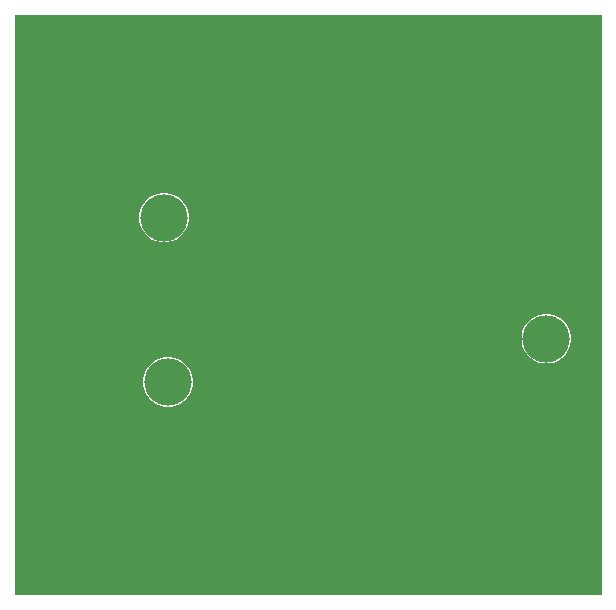
<source format=gbl>
G04*
G04 #@! TF.GenerationSoftware,Altium Limited,Altium Designer,23.3.1 (30)*
G04*
G04 Layer_Physical_Order=2*
G04 Layer_Color=16711680*
%FSLAX44Y44*%
%MOMM*%
G71*
G04*
G04 #@! TF.SameCoordinates,88914B4D-56C6-40B9-BAF4-16A5A3F371A8*
G04*
G04*
G04 #@! TF.FilePolarity,Positive*
G04*
G01*
G75*
%ADD22C,4.0000*%
%ADD23C,0.6000*%
%ADD24C,0.4000*%
G36*
X496681Y69D02*
X-181D01*
Y491750D01*
X496681D01*
Y69D01*
D02*
G37*
%LPC*%
G36*
X128318Y341000D02*
X124182D01*
X120125Y340193D01*
X116303Y338610D01*
X112863Y336312D01*
X109938Y333387D01*
X107640Y329947D01*
X106057Y326125D01*
X105250Y322068D01*
Y317932D01*
X106057Y313874D01*
X107640Y310053D01*
X109938Y306613D01*
X112863Y303688D01*
X116303Y301390D01*
X120125Y299807D01*
X124182Y299000D01*
X128318D01*
X132375Y299807D01*
X136197Y301390D01*
X139637Y303688D01*
X142562Y306613D01*
X144860Y310053D01*
X146443Y313874D01*
X147250Y317932D01*
Y322068D01*
X146443Y326125D01*
X144860Y329947D01*
X142562Y333387D01*
X139637Y336312D01*
X136197Y338610D01*
X132375Y340193D01*
X128318Y341000D01*
D02*
G37*
G36*
X452018Y238500D02*
X447882D01*
X443825Y237693D01*
X440003Y236110D01*
X436563Y233812D01*
X433638Y230887D01*
X431340Y227447D01*
X429757Y223626D01*
X428950Y219568D01*
Y215432D01*
X429757Y211374D01*
X431340Y207553D01*
X433638Y204113D01*
X436563Y201188D01*
X440003Y198890D01*
X443825Y197307D01*
X447882Y196500D01*
X452018D01*
X456076Y197307D01*
X459897Y198890D01*
X463337Y201188D01*
X466262Y204113D01*
X468560Y207553D01*
X470143Y211374D01*
X470950Y215432D01*
Y219568D01*
X470143Y223626D01*
X468560Y227447D01*
X466262Y230887D01*
X463337Y233812D01*
X459897Y236110D01*
X456076Y237693D01*
X452018Y238500D01*
D02*
G37*
G36*
X131518Y201750D02*
X127382D01*
X123324Y200943D01*
X119503Y199360D01*
X116063Y197062D01*
X113138Y194137D01*
X110840Y190697D01*
X109257Y186875D01*
X108450Y182818D01*
Y178682D01*
X109257Y174625D01*
X110840Y170803D01*
X113138Y167363D01*
X116063Y164438D01*
X119503Y162140D01*
X123324Y160557D01*
X127382Y159750D01*
X131518D01*
X135576Y160557D01*
X139397Y162140D01*
X142837Y164438D01*
X145762Y167363D01*
X148060Y170803D01*
X149643Y174625D01*
X150450Y178682D01*
Y182818D01*
X149643Y186875D01*
X148060Y190697D01*
X145762Y194137D01*
X142837Y197062D01*
X139397Y199360D01*
X135576Y200943D01*
X131518Y201750D01*
D02*
G37*
%LPD*%
D22*
X449250Y104750D02*
D03*
X449950Y217500D02*
D03*
X129450Y180750D02*
D03*
X126250Y320000D02*
D03*
X126000Y392750D02*
D03*
X128500Y48500D02*
D03*
D23*
X314500Y164750D02*
D03*
X289250Y170750D02*
D03*
X171250Y269000D02*
D03*
X167000Y259500D02*
D03*
X375250Y266250D02*
D03*
X200250Y342500D02*
D03*
X224250Y342500D02*
D03*
X248250Y342500D02*
D03*
X272250D02*
D03*
X225000Y171500D02*
D03*
X249000D02*
D03*
X357750Y172750D02*
D03*
X381750D02*
D03*
D24*
X292250Y276500D02*
D03*
Y284500D02*
D03*
X276250Y260500D02*
D03*
Y268500D02*
D03*
X316250D02*
D03*
X308250D02*
D03*
X316250Y260500D02*
D03*
X308250D02*
D03*
X284250Y284500D02*
D03*
X276250D02*
D03*
X284250Y276500D02*
D03*
X276250D02*
D03*
X300250Y268500D02*
D03*
X292250D02*
D03*
X284250D02*
D03*
X300250Y260500D02*
D03*
X292250D02*
D03*
X284250D02*
D03*
X316250Y244500D02*
D03*
X308250D02*
D03*
X300250D02*
D03*
X292250D02*
D03*
X284250D02*
D03*
X276250D02*
D03*
X284250Y236500D02*
D03*
X276250D02*
D03*
X260250Y228500D02*
D03*
X252250D02*
D03*
X260250Y236500D02*
D03*
X252250D02*
D03*
X260250Y244500D02*
D03*
X252250D02*
D03*
X260250Y260500D02*
D03*
X252250D02*
D03*
Y268500D02*
D03*
X260250D02*
D03*
Y276500D02*
D03*
X244250Y244500D02*
D03*
X236250D02*
D03*
X244250Y260500D02*
D03*
X236250D02*
D03*
X244250Y268500D02*
D03*
X236250D02*
D03*
X228250Y244500D02*
D03*
Y268500D02*
D03*
Y260500D02*
D03*
M02*

</source>
